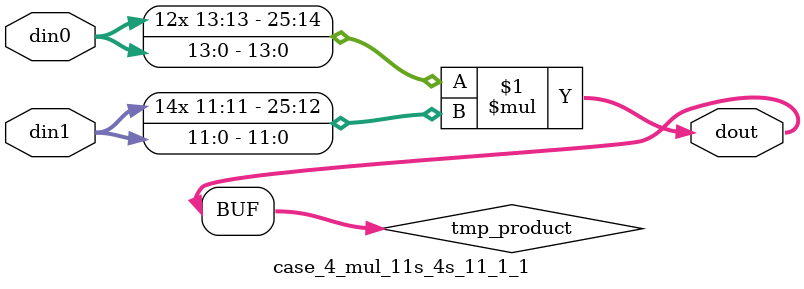
<source format=v>

`timescale 1 ns / 1 ps

 module case_4_mul_11s_4s_11_1_1(din0, din1, dout);
parameter ID = 1;
parameter NUM_STAGE = 0;
parameter din0_WIDTH = 14;
parameter din1_WIDTH = 12;
parameter dout_WIDTH = 26;

input [din0_WIDTH - 1 : 0] din0; 
input [din1_WIDTH - 1 : 0] din1; 
output [dout_WIDTH - 1 : 0] dout;

wire signed [dout_WIDTH - 1 : 0] tmp_product;



























assign tmp_product = $signed(din0) * $signed(din1);








assign dout = tmp_product;





















endmodule

</source>
